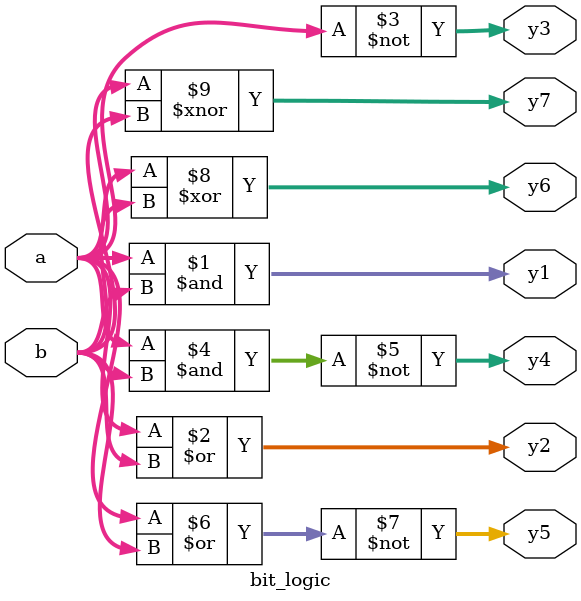
<source format=v>
module bit_logic(
    input  [31:0] a,  
    input  [31:0] b,
    output [31:0] y1,
    output [31:0] y2,
    output [31:0] y3,
    output [31:0] y4,
    output [31:0] y5,
    output [31:0] y6,
    output [31:0] y7
);

assign y1 = a & b;     //与
assign y2 = a | b;     //或
assign y3 = ~a;        //非
assign y4 = ~(a & b);  //与非
assign y5 = ~(a | b);  //或非
assign y6 = a ^ b;     //异或
assign y7 = a ~^ b;    //同或

endmodule

</source>
